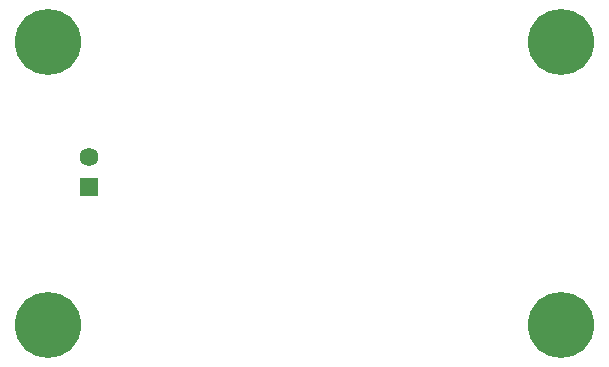
<source format=gbs>
G04 #@! TF.GenerationSoftware,KiCad,Pcbnew,8.0.6*
G04 #@! TF.CreationDate,2025-01-26T18:36:01-05:00*
G04 #@! TF.ProjectId,Mic_Board_Omni_NEW,4d69635f-426f-4617-9264-5f4f6d6e695f,rev?*
G04 #@! TF.SameCoordinates,Original*
G04 #@! TF.FileFunction,Soldermask,Bot*
G04 #@! TF.FilePolarity,Negative*
%FSLAX46Y46*%
G04 Gerber Fmt 4.6, Leading zero omitted, Abs format (unit mm)*
G04 Created by KiCad (PCBNEW 8.0.6) date 2025-01-26 18:36:01*
%MOMM*%
%LPD*%
G01*
G04 APERTURE LIST*
G04 Aperture macros list*
%AMRoundRect*
0 Rectangle with rounded corners*
0 $1 Rounding radius*
0 $2 $3 $4 $5 $6 $7 $8 $9 X,Y pos of 4 corners*
0 Add a 4 corners polygon primitive as box body*
4,1,4,$2,$3,$4,$5,$6,$7,$8,$9,$2,$3,0*
0 Add four circle primitives for the rounded corners*
1,1,$1+$1,$2,$3*
1,1,$1+$1,$4,$5*
1,1,$1+$1,$6,$7*
1,1,$1+$1,$8,$9*
0 Add four rect primitives between the rounded corners*
20,1,$1+$1,$2,$3,$4,$5,0*
20,1,$1+$1,$4,$5,$6,$7,0*
20,1,$1+$1,$6,$7,$8,$9,0*
20,1,$1+$1,$8,$9,$2,$3,0*%
G04 Aperture macros list end*
%ADD10C,5.600000*%
%ADD11RoundRect,0.102000X-0.689000X-0.689000X0.689000X-0.689000X0.689000X0.689000X-0.689000X0.689000X0*%
%ADD12C,1.582000*%
G04 APERTURE END LIST*
D10*
X132000000Y-93500000D03*
X132000000Y-93500000D03*
X175500000Y-93500000D03*
D11*
X135500000Y-81770000D03*
D12*
X135500000Y-79230000D03*
D10*
X132000000Y-69500000D03*
X175500000Y-93500000D03*
X175500000Y-69500000D03*
X132000000Y-69500000D03*
M02*

</source>
